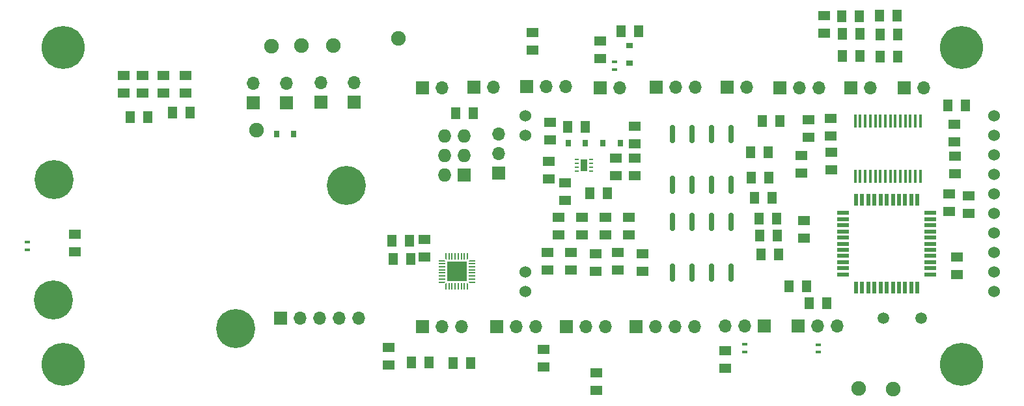
<source format=gbs>
<<<<<<< HEAD:sirius/BMB/BMB-B_Mask.gbr
%TF.GenerationSoftware,KiCad,Pcbnew,7.0.7*%
%TF.CreationDate,2023-11-14T12:33:42-05:00*%
%TF.ProjectId,BMB,424d422e-6b69-4636-9164-5f7063625858,rev?*%
%TF.SameCoordinates,Original*%
%TF.FileFunction,Soldermask,Bot*%
%TF.FilePolarity,Negative*%
%FSLAX46Y46*%
G04 Gerber Fmt 4.6, Leading zero omitted, Abs format (unit mm)*
G04 Created by KiCad (PCBNEW 7.0.7) date 2023-11-14 12:33:42*
=======
G04 #@! TF.GenerationSoftware,KiCad,Pcbnew,7.0.8*
G04 #@! TF.CreationDate,2023-11-18T20:48:15-05:00*
G04 #@! TF.ProjectId,BMB,424d422e-6b69-4636-9164-5f7063625858,rev?*
G04 #@! TF.SameCoordinates,Original*
G04 #@! TF.FileFunction,Soldermask,Bot*
G04 #@! TF.FilePolarity,Negative*
%FSLAX46Y46*%
G04 Gerber Fmt 4.6, Leading zero omitted, Abs format (unit mm)*
G04 Created by KiCad (PCBNEW 7.0.8) date 2023-11-18 20:48:15*
>>>>>>> 65deff486ed9ad387c3739b0de2a9b27093dad2d:sirius/BMB/BMB-gerbers/BMB-B_Mask.gbs
%MOMM*%
%LPD*%
G01*
G04 APERTURE LIST*
G04 Aperture macros list*
%AMRoundRect*
0 Rectangle with rounded corners*
0 $1 Rounding radius*
0 $2 $3 $4 $5 $6 $7 $8 $9 X,Y pos of 4 corners*
0 Add a 4 corners polygon primitive as box body*
4,1,4,$2,$3,$4,$5,$6,$7,$8,$9,$2,$3,0*
0 Add four circle primitives for the rounded corners*
1,1,$1+$1,$2,$3*
1,1,$1+$1,$4,$5*
1,1,$1+$1,$6,$7*
1,1,$1+$1,$8,$9*
0 Add four rect primitives between the rounded corners*
20,1,$1+$1,$2,$3,$4,$5,0*
20,1,$1+$1,$4,$5,$6,$7,0*
20,1,$1+$1,$6,$7,$8,$9,0*
20,1,$1+$1,$8,$9,$2,$3,0*%
%AMFreePoly0*
4,1,14,0.385355,0.085355,0.400000,0.050000,0.400000,0.020711,0.385355,-0.014645,0.314644,-0.085355,0.279289,-0.100000,-0.350000,-0.100000,-0.385355,-0.085355,-0.400000,-0.050000,-0.400000,0.050000,-0.385355,0.085355,-0.350000,0.100000,0.350000,0.100000,0.385355,0.085355,0.385355,0.085355,$1*%
%AMFreePoly1*
4,1,14,0.314644,0.085355,0.385355,0.014644,0.400000,-0.020711,0.400000,-0.050000,0.385355,-0.085355,0.350000,-0.100000,-0.350000,-0.100000,-0.385355,-0.085355,-0.400000,-0.050000,-0.400000,0.050000,-0.385355,0.085355,-0.350000,0.100000,0.279289,0.100000,0.314644,0.085355,0.314644,0.085355,$1*%
%AMFreePoly2*
4,1,14,0.085355,0.385355,0.100000,0.350000,0.100000,-0.350000,0.085355,-0.385355,0.050000,-0.400000,0.020711,-0.400000,-0.014645,-0.385355,-0.085355,-0.314644,-0.100000,-0.279289,-0.100000,0.350000,-0.085355,0.385355,-0.050000,0.400000,0.050000,0.400000,0.085355,0.385355,0.085355,0.385355,$1*%
%AMFreePoly3*
4,1,14,0.085355,0.385355,0.100000,0.350000,0.100000,-0.279289,0.085355,-0.314645,0.014644,-0.385355,-0.020711,-0.400000,-0.050000,-0.400000,-0.085355,-0.385355,-0.100000,-0.350000,-0.100000,0.350000,-0.085355,0.385355,-0.050000,0.400000,0.050000,0.400000,0.085355,0.385355,0.085355,0.385355,$1*%
%AMFreePoly4*
4,1,14,0.385355,0.085355,0.400000,0.050000,0.400000,-0.050000,0.385355,-0.085355,0.350000,-0.100000,-0.350000,-0.100000,-0.385355,-0.085355,-0.400000,-0.050000,-0.400000,-0.020711,-0.385355,0.014644,-0.314645,0.085355,-0.279289,0.100000,0.350000,0.100000,0.385355,0.085355,0.385355,0.085355,$1*%
%AMFreePoly5*
4,1,14,0.385355,0.085355,0.400000,0.050000,0.400000,-0.050000,0.385355,-0.085355,0.350000,-0.100000,-0.279289,-0.100000,-0.314645,-0.085355,-0.385355,-0.014644,-0.400000,0.020711,-0.400000,0.050000,-0.385355,0.085355,-0.350000,0.100000,0.350000,0.100000,0.385355,0.085355,0.385355,0.085355,$1*%
%AMFreePoly6*
4,1,14,0.014644,0.385355,0.085355,0.314644,0.100000,0.279289,0.100000,-0.350000,0.085355,-0.385355,0.050000,-0.400000,-0.050000,-0.400000,-0.085355,-0.385355,-0.100000,-0.350000,-0.100000,0.350000,-0.085355,0.385355,-0.050000,0.400000,-0.020711,0.400000,0.014644,0.385355,0.014644,0.385355,$1*%
%AMFreePoly7*
4,1,14,0.085355,0.385355,0.100000,0.350000,0.100000,-0.350000,0.085355,-0.385355,0.050000,-0.400000,-0.050000,-0.400000,-0.085355,-0.385355,-0.100000,-0.350000,-0.100000,0.279289,-0.085355,0.314644,-0.014645,0.385355,0.020711,0.400000,0.050000,0.400000,0.085355,0.385355,0.085355,0.385355,$1*%
G04 Aperture macros list end*
%ADD10C,1.905000*%
%ADD11R,1.727200X1.727200*%
%ADD12O,1.727200X1.727200*%
%ADD13C,5.080000*%
%ADD14C,5.600000*%
%ADD15R,1.700000X1.700000*%
%ADD16O,1.700000X1.700000*%
%ADD17C,1.524000*%
%ADD18R,0.635000X0.838200*%
%ADD19R,1.524000X1.270000*%
%ADD20R,0.838200X0.635000*%
%ADD21RoundRect,0.162500X-0.162500X1.012500X-0.162500X-1.012500X0.162500X-1.012500X0.162500X1.012500X0*%
%ADD22R,1.500000X0.550000*%
%ADD23R,0.550000X1.500000*%
%ADD24C,1.501140*%
%ADD25R,1.270000X1.524000*%
%ADD26R,0.701040X0.400050*%
%ADD27R,0.500000X0.250000*%
%ADD28R,0.900000X1.600000*%
%ADD29R,0.450000X1.750000*%
%ADD30FreePoly0,0.000000*%
%ADD31RoundRect,0.050000X-0.350000X-0.050000X0.350000X-0.050000X0.350000X0.050000X-0.350000X0.050000X0*%
%ADD32FreePoly1,0.000000*%
%ADD33FreePoly2,0.000000*%
%ADD34RoundRect,0.050000X-0.050000X-0.350000X0.050000X-0.350000X0.050000X0.350000X-0.050000X0.350000X0*%
%ADD35FreePoly3,0.000000*%
%ADD36FreePoly4,0.000000*%
%ADD37FreePoly5,0.000000*%
%ADD38FreePoly6,0.000000*%
%ADD39FreePoly7,0.000000*%
%ADD40R,2.650000X2.650000*%
G04 APERTURE END LIST*
D10*
X134874000Y-79552800D03*
D11*
X151892000Y-96393000D03*
D12*
X149352000Y-96393000D03*
X151892000Y-93853000D03*
X149352000Y-93853000D03*
X151892000Y-91313000D03*
X149352000Y-91313000D03*
D13*
X136549032Y-97703442D03*
D14*
X99745800Y-79756000D03*
X99745800Y-121031000D03*
D15*
X146481800Y-116128800D03*
D16*
X149021800Y-116128800D03*
X151561800Y-116128800D03*
D15*
X195351400Y-116001801D03*
D16*
X197891400Y-116001801D03*
X200431400Y-116001801D03*
D15*
X128778000Y-86949200D03*
D16*
X128778000Y-84409200D03*
D15*
X160020000Y-84836000D03*
D16*
X162560000Y-84836000D03*
X165100000Y-84836000D03*
D15*
X133273800Y-86868000D03*
D16*
X133273800Y-84328000D03*
D10*
X143357600Y-78587600D03*
D15*
X186131200Y-84937600D03*
D16*
X188671200Y-84937600D03*
D15*
X202184000Y-85039200D03*
D16*
X204724000Y-85039200D03*
D15*
X146486800Y-85013800D03*
D16*
X149026800Y-85013800D03*
D15*
X192918000Y-85039200D03*
D16*
X195458000Y-85039200D03*
X197998000Y-85039200D03*
D15*
X156083000Y-116103401D03*
D16*
X158623000Y-116103401D03*
X161163000Y-116103401D03*
D15*
X124460000Y-86949200D03*
D16*
X124460000Y-84409200D03*
D10*
X203225400Y-124155200D03*
X130708400Y-79527400D03*
D14*
X216585800Y-79756000D03*
D15*
X190881000Y-116052601D03*
D16*
X188341000Y-116052601D03*
X185801000Y-116052601D03*
D15*
X156362400Y-96164400D03*
D16*
X156362400Y-93624400D03*
X156362400Y-91084400D03*
D15*
X153167000Y-84963000D03*
D16*
X155707000Y-84963000D03*
D15*
X176860200Y-84937600D03*
D16*
X179400200Y-84937600D03*
X181940200Y-84937600D03*
D15*
X209118200Y-85064600D03*
D16*
X211658200Y-85064600D03*
D14*
X216585800Y-121031000D03*
D17*
X220802200Y-111582200D03*
X220802200Y-109042200D03*
X220802200Y-106502200D03*
X220802200Y-103962200D03*
X220802200Y-101422200D03*
X220802200Y-98882200D03*
X220802200Y-96342200D03*
X220802200Y-93802200D03*
X220802200Y-91262200D03*
X220802200Y-88722200D03*
X159842200Y-88722200D03*
X159842200Y-91262200D03*
X159842200Y-109042200D03*
X159842200Y-111582200D03*
D15*
X165150800Y-116154200D03*
D16*
X167690800Y-116154200D03*
X170230800Y-116154200D03*
D13*
X98425000Y-112649000D03*
X122199400Y-116408200D03*
D10*
X126796800Y-79603600D03*
D13*
X98576032Y-96941442D03*
D15*
X169621200Y-85013800D03*
D16*
X172161200Y-85013800D03*
D10*
X207721200Y-124231400D03*
X124841000Y-90525600D03*
D15*
X128016000Y-115036600D03*
D16*
X130556000Y-115036600D03*
X133096000Y-115036600D03*
X135636000Y-115036600D03*
X138176000Y-115036600D03*
D15*
X137541000Y-86898400D03*
D16*
X137541000Y-84358400D03*
D15*
X174244000Y-116154201D03*
D16*
X176784000Y-116154201D03*
X179324000Y-116154201D03*
X181864000Y-116154201D03*
D18*
X167651600Y-92261000D03*
X165416400Y-92261000D03*
D19*
X142087600Y-121081800D03*
X142087600Y-118795800D03*
D20*
X173436200Y-81788000D03*
X173436200Y-79552800D03*
D21*
X178943000Y-102481000D03*
X181483000Y-102481000D03*
X184023000Y-102481000D03*
X186563000Y-102481000D03*
X186563000Y-109118400D03*
X184023000Y-109118400D03*
X181483000Y-109118400D03*
X178943000Y-109118400D03*
D22*
X201145400Y-109323400D03*
X201145400Y-108523400D03*
X201145400Y-107723400D03*
X201145400Y-106923400D03*
X201145400Y-106123400D03*
X201145400Y-105323400D03*
X201145400Y-104523400D03*
X201145400Y-103723400D03*
X201145400Y-102923400D03*
X201145400Y-102123400D03*
X201145400Y-101323400D03*
D23*
X202845400Y-99623400D03*
X203645400Y-99623400D03*
X204445400Y-99623400D03*
X205245400Y-99623400D03*
X206045400Y-99623400D03*
X206845400Y-99623400D03*
X207645400Y-99623400D03*
X208445400Y-99623400D03*
X209245400Y-99623400D03*
X210045400Y-99623400D03*
X210845400Y-99623400D03*
D22*
X212545400Y-101323400D03*
X212545400Y-102123400D03*
X212545400Y-102923400D03*
X212545400Y-103723400D03*
X212545400Y-104523400D03*
X212545400Y-105323400D03*
X212545400Y-106123400D03*
X212545400Y-106923400D03*
X212545400Y-107723400D03*
X212545400Y-108523400D03*
X212545400Y-109323400D03*
D23*
X210845400Y-111023400D03*
X210045400Y-111023400D03*
X209245400Y-111023400D03*
X208445400Y-111023400D03*
X207645400Y-111023400D03*
X206845400Y-111023400D03*
X206045400Y-111023400D03*
X205245400Y-111023400D03*
X204445400Y-111023400D03*
X203645400Y-111023400D03*
X202845400Y-111023400D03*
D24*
X206448660Y-115011200D03*
X211330540Y-115011200D03*
D25*
X150444200Y-120827800D03*
X152730200Y-120827800D03*
X205917800Y-75615800D03*
X208203800Y-75615800D03*
X196392800Y-110845600D03*
X194106800Y-110845600D03*
D19*
X214985600Y-98806000D03*
X214985600Y-101092000D03*
D25*
X201117200Y-80899000D03*
X203403200Y-80899000D03*
D19*
X101268432Y-104104242D03*
X101268432Y-106390242D03*
D25*
X150749000Y-88366600D03*
X153035000Y-88366600D03*
D19*
X160782000Y-77851000D03*
X160782000Y-80137000D03*
D26*
X171455000Y-81635600D03*
X171455000Y-82636360D03*
D25*
X201015600Y-75692000D03*
X203301600Y-75692000D03*
D19*
X107619800Y-85750400D03*
X107619800Y-83464400D03*
X162712400Y-108737400D03*
X162712400Y-106451400D03*
X173331600Y-101904800D03*
X173331600Y-104190800D03*
D25*
X192760600Y-106680000D03*
X190474600Y-106680000D03*
D19*
X110058200Y-85725000D03*
X110058200Y-83439000D03*
X174077800Y-92311800D03*
X174077800Y-90025800D03*
D25*
X144907000Y-107340400D03*
X142621000Y-107340400D03*
D19*
X198678800Y-75615800D03*
X198678800Y-77901800D03*
D26*
X188341000Y-118440200D03*
X188341000Y-119440960D03*
D25*
X208254600Y-81000600D03*
X205968600Y-81000600D03*
X110769400Y-88874600D03*
X108483400Y-88874600D03*
D19*
X146761200Y-104800400D03*
X146761200Y-107086400D03*
D25*
X208254600Y-78105000D03*
X205968600Y-78105000D03*
D19*
X115620800Y-85699600D03*
X115620800Y-83413600D03*
D21*
X178943000Y-91033600D03*
X181483000Y-91033600D03*
X184023000Y-91033600D03*
X186563000Y-91033600D03*
X186563000Y-97671000D03*
X184023000Y-97671000D03*
X181483000Y-97671000D03*
X178943000Y-97671000D03*
D19*
X199618600Y-95707200D03*
X199618600Y-93421200D03*
D25*
X191947800Y-99339400D03*
X189661800Y-99339400D03*
X144805400Y-104927400D03*
X142519400Y-104927400D03*
X189103000Y-93446600D03*
X191389000Y-93446600D03*
D19*
X199567800Y-91338400D03*
X199567800Y-89052400D03*
X185826400Y-121513600D03*
X185826400Y-119227600D03*
D25*
X192633600Y-104267000D03*
X190347600Y-104267000D03*
D19*
X162229800Y-119049800D03*
X162229800Y-121335800D03*
X171907200Y-108762800D03*
X171907200Y-106476800D03*
X170281600Y-101904800D03*
X170281600Y-104190800D03*
X167231600Y-101904800D03*
X167231600Y-104190800D03*
X171577000Y-96494600D03*
X171577000Y-94208600D03*
X169626200Y-78917800D03*
X169626200Y-81203800D03*
X169011600Y-108915200D03*
X169011600Y-106629200D03*
X195732400Y-96164400D03*
X195732400Y-93878400D03*
X216001600Y-107061000D03*
X216001600Y-109347000D03*
D25*
X116230400Y-88265000D03*
X113944400Y-88265000D03*
D19*
X112750600Y-85699600D03*
X112750600Y-83413600D03*
X217525600Y-99110800D03*
X217525600Y-101396800D03*
D25*
X167640000Y-90119200D03*
X165354000Y-90119200D03*
D19*
X215671400Y-92100400D03*
X215671400Y-89814400D03*
D26*
X197916800Y-118447408D03*
X197916800Y-119448168D03*
D18*
X127508000Y-91059000D03*
X129743200Y-91059000D03*
D19*
X169062400Y-124409200D03*
X169062400Y-122123200D03*
D25*
X217119200Y-87350600D03*
X214833200Y-87350600D03*
D26*
X95046800Y-105137808D03*
X95046800Y-106138568D03*
D27*
X168439000Y-94342400D03*
X168439000Y-94842400D03*
X168439000Y-95342400D03*
X168439000Y-95842400D03*
X166539000Y-95842400D03*
X166539000Y-95342400D03*
X166539000Y-94842400D03*
X166539000Y-94342400D03*
D28*
X167489000Y-95092400D03*
D25*
X196748400Y-113030000D03*
X199034400Y-113030000D03*
D19*
X165811200Y-108762800D03*
X165811200Y-106476800D03*
D25*
X203377800Y-78028800D03*
X201091800Y-78028800D03*
X190677800Y-89357200D03*
X192963800Y-89357200D03*
D29*
X211209600Y-96564000D03*
X210559600Y-96564000D03*
X209909600Y-96564000D03*
X209259600Y-96564000D03*
X208609600Y-96564000D03*
X207959600Y-96564000D03*
X207309600Y-96564000D03*
X206659600Y-96564000D03*
X206009600Y-96564000D03*
X205359600Y-96564000D03*
X204709600Y-96564000D03*
X204059600Y-96564000D03*
X203409600Y-96564000D03*
X202759600Y-96564000D03*
X202759600Y-89364000D03*
X203409600Y-89364000D03*
X204059600Y-89364000D03*
X204709600Y-89364000D03*
X205359600Y-89364000D03*
X206009600Y-89364000D03*
X206659600Y-89364000D03*
X207309600Y-89364000D03*
X207959600Y-89364000D03*
X208609600Y-89364000D03*
X209259600Y-89364000D03*
X209909600Y-89364000D03*
X210559600Y-89364000D03*
X211209600Y-89364000D03*
D30*
X148973800Y-110321000D03*
D31*
X148973800Y-109921000D03*
X148973800Y-109521000D03*
X148973800Y-109121000D03*
X148973800Y-108721000D03*
X148973800Y-108321000D03*
X148973800Y-107921000D03*
D32*
X148973800Y-107521000D03*
D33*
X149523800Y-106971000D03*
D34*
X149923800Y-106971000D03*
X150323800Y-106971000D03*
X150723800Y-106971000D03*
X151123800Y-106971000D03*
X151523800Y-106971000D03*
X151923800Y-106971000D03*
D35*
X152323800Y-106971000D03*
D36*
X152873800Y-107521000D03*
D31*
X152873800Y-107921000D03*
X152873800Y-108321000D03*
X152873800Y-108721000D03*
X152873800Y-109121000D03*
X152873800Y-109521000D03*
X152873800Y-109921000D03*
D37*
X152873800Y-110321000D03*
D38*
X152323800Y-110871000D03*
D34*
X151923800Y-110871000D03*
X151523800Y-110871000D03*
X151123800Y-110871000D03*
X150723800Y-110871000D03*
X150323800Y-110871000D03*
X149923800Y-110871000D03*
D39*
X149523800Y-110871000D03*
D40*
X150923800Y-108921000D03*
D18*
X169963000Y-92235600D03*
X172198200Y-92235600D03*
D25*
X147320000Y-120802400D03*
X145034000Y-120802400D03*
X174604600Y-77698600D03*
X172318600Y-77698600D03*
D19*
X196697600Y-89204800D03*
X196697600Y-91490800D03*
X196088000Y-104571800D03*
X196088000Y-102285800D03*
X215696800Y-93903800D03*
X215696800Y-96189800D03*
D25*
X192532000Y-102031800D03*
X190246000Y-102031800D03*
D19*
X174103200Y-96502800D03*
X174103200Y-94216800D03*
X164181600Y-101904800D03*
X164181600Y-104190800D03*
D25*
X191516000Y-96723200D03*
X189230000Y-96723200D03*
D19*
X175056800Y-108889800D03*
X175056800Y-106603800D03*
X162876400Y-96883800D03*
X162876400Y-94597800D03*
X165049200Y-97383600D03*
X165049200Y-99669600D03*
D25*
X170510200Y-98780600D03*
X168224200Y-98780600D03*
D19*
X163042600Y-91821000D03*
X163042600Y-89535000D03*
M02*

</source>
